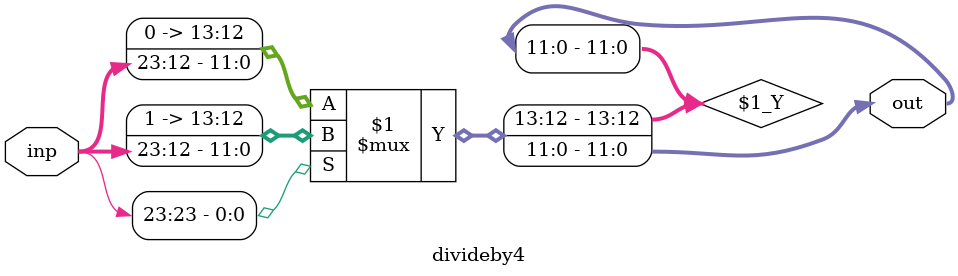
<source format=v>
`timescale 1ns / 1ps
module divideby4(inp, out);
    input [23 : 0] inp;
    output [11 : 0] out;
    
        assign out = (inp[23]) ? ({2'b11, inp[23 : 12]}) : ({2'b00, inp[23 : 12]});
        
endmodule

</source>
